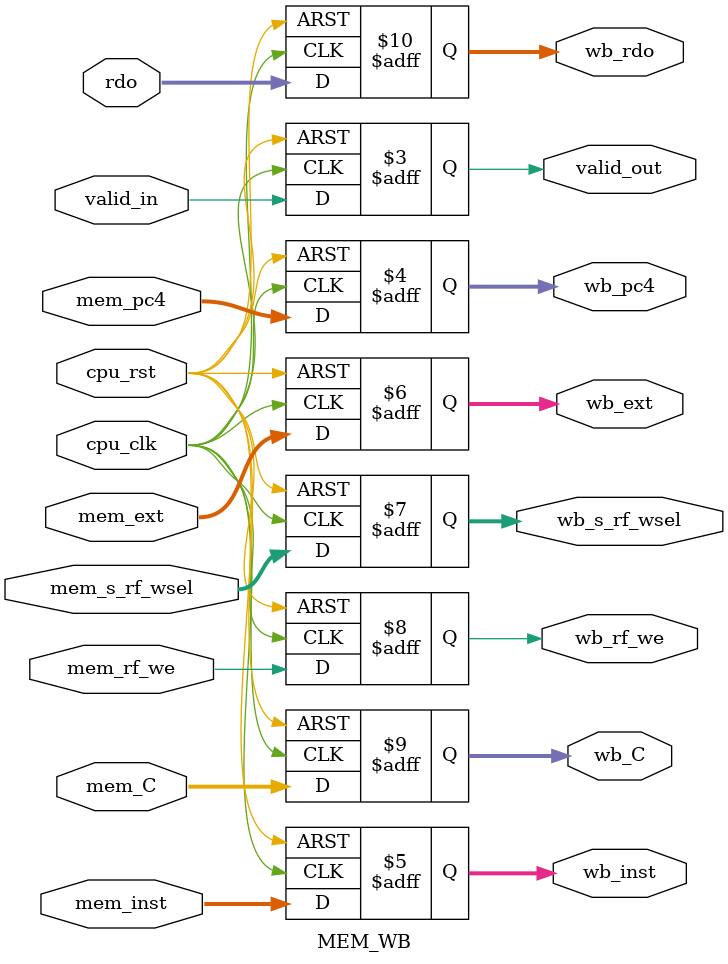
<source format=v>
`timescale 1ns / 1ps

module MEM_WB(
    input  wire         cpu_rst,
    input  wire         cpu_clk,

    input  wire [31:0]  mem_pc4,
    input  wire [31:0]  mem_inst,
    input  wire [31:0]  mem_ext,
    input  wire [1:0]   mem_s_rf_wsel,
    input  wire         mem_rf_we,
    input  wire [31:0]  mem_C,
    input  wire [31:0]  rdo,
    input  wire         valid_in,

    output reg  [31:0]  wb_pc4,
    output reg  [31:0]  wb_inst,
    output reg  [31:0]  wb_ext,
    output reg  [1:0]   wb_s_rf_wsel,
    output reg          wb_rf_we,
    output reg  [31:0]  wb_C,
    output reg  [31:0]  wb_rdo,
    output reg          valid_out
);

    always @(posedge cpu_clk or posedge cpu_rst) begin
        if (cpu_rst) begin
            wb_pc4 <= 32'b0;
            wb_inst <= 32'b0;
            wb_ext <= 32'b0;
            wb_s_rf_wsel <= 2'b0;
            wb_rf_we <= 1'b0;
            wb_C <= 32'b0;
            wb_rdo <= 32'b0;
        end else begin
            wb_pc4 <= mem_pc4;
            wb_inst <= mem_inst;
            wb_ext <= mem_ext;
            wb_s_rf_wsel <= mem_s_rf_wsel;
            wb_rf_we <= mem_rf_we;
            wb_C <= mem_C;
            wb_rdo <= rdo;
        end
    end

    always @(posedge cpu_clk or posedge cpu_rst) begin
        if (cpu_rst) begin
            valid_out <= 1'b0;
        end else begin
            valid_out <= valid_in;
        end
    end

endmodule

</source>
